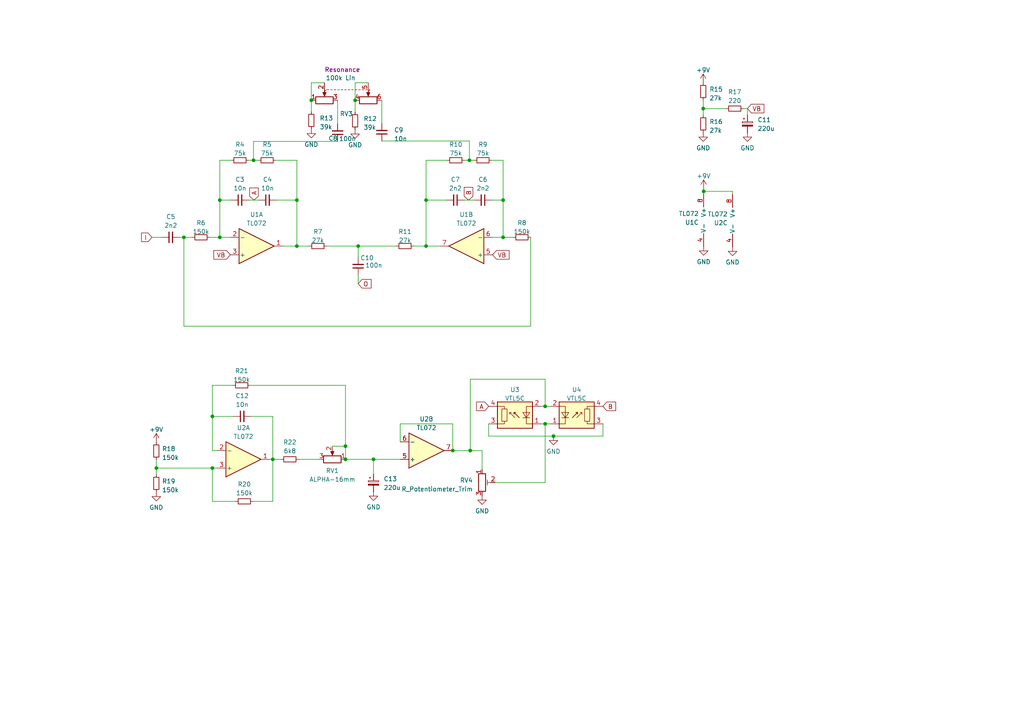
<source format=kicad_sch>
(kicad_sch (version 20230121) (generator eeschema)
  (paper "A4")
  (lib_symbols
    (symbol "Amplifier_Operational:TL072" (pin_names (offset 0.127))
      (property "Reference" "U" (at 0 5.08 0))
      (property "Value" "TL072" (at 0 -5.08 0))
      (symbol "TL072_1_1"
        (polyline (pts (xy -5.08 5.08) (xy 5.08 0) (xy -5.08 -5.08) (xy -5.08 5.08)) (stroke (width 0.254)) (fill (type background)))
        (pin output line (at 7.62 0 180) (length 2.54) (name "~") (number "1"))
        (pin input line (at -7.62 -2.54 0) (length 2.54) (name "-") (number "2"))
        (pin input line (at -7.62 2.54 0) (length 2.54) (name "+") (number "3"))
      )
      (symbol "TL072_2_1"
        (polyline (pts (xy -5.08 5.08) (xy 5.08 0) (xy -5.08 -5.08) (xy -5.08 5.08)) (stroke (width 0.254)) (fill (type background)))
        (pin input line (at -7.62 2.54 0) (length 2.54) (name "+") (number "5"))
        (pin input line (at -7.62 -2.54 0) (length 2.54) (name "-") (number "6"))
        (pin output line (at 7.62 0 180) (length 2.54) (name "~") (number "7"))
      )
      (symbol "TL072_3_1"
        (pin power_in line (at -2.54 -7.62 90) (length 3.81) (name "V-") (number "4"))
        (pin power_in line (at -2.54 7.62 270) (length 3.81) (name "V+") (number "8"))
      )
    )
    (symbol "Device:C_Polarized_Small" (pin_numbers hide) (pin_names (offset 0.254) hide)
      (property "Reference" "C" (at 0.254 1.778 0))
      (property "Value" "C_Polarized_Small" (at 0.254 -2.032 0))
      (symbol "C_Polarized_Small_0_1"
        (rectangle (start -1.524 -0.3048) (end 1.524 -0.6858) (fill (type outline)))
        (rectangle (start -1.524 0.6858) (end 1.524 0.3048))
        (polyline (pts (xy -1.27 1.524) (xy -0.762 1.524)))
        (polyline (pts (xy -1.016 1.27) (xy -1.016 1.778)))
      )
      (symbol "C_Polarized_Small_1_1"
        (pin passive line (at 0 2.54 270) (length 1.8542) (name "~") (number "1"))
        (pin passive line (at 0 -2.54 90) (length 1.8542) (name "~") (number "2"))
      )
    )
    (symbol "Device:C_Small" (pin_numbers hide) (pin_names (offset 0.254) hide)
      (property "Reference" "C" (at 0.254 1.778 0))
      (property "Value" "C_Small" (at 0.254 -2.032 0))
      (symbol "C_Small_0_1"
        (polyline (pts (xy -1.524 -0.508) (xy 1.524 -0.508)) (stroke (width 0.3302)))
        (polyline (pts (xy -1.524 0.508) (xy 1.524 0.508)) (stroke (width 0.3048)))
      )
      (symbol "C_Small_1_1"
        (pin passive line (at 0 2.54 270) (length 2.032) (name "~") (number "1"))
        (pin passive line (at 0 -2.54 90) (length 2.032) (name "~") (number "2"))
      )
    )
    (symbol "Device:R_Potentiometer" (pin_names (offset 1.016) hide)
      (property "Reference" "RV" (at -4.445 0 90))
      (property "Value" "R_Potentiometer" (at -2.54 0 90))
      (symbol "R_Potentiometer_0_1"
        (polyline (pts (xy 2.54 0) (xy 1.524 0)))
        (polyline (pts (xy 1.143 0) (xy 2.286 0.508) (xy 2.286 -0.508) (xy 1.143 0)) (fill (type outline)))
        (rectangle (start 1.016 2.54) (end -1.016 -2.54) (stroke (width 0.254)))
      )
      (symbol "R_Potentiometer_1_1"
        (pin passive line (at 0 3.81 270) (length 1.27) (name "1") (number "1"))
        (pin passive line (at 3.81 0 180) (length 1.27) (name "2") (number "2"))
        (pin passive line (at 0 -3.81 90) (length 1.27) (name "3") (number "3"))
      )
    )
    (symbol "Device:R_Potentiometer_Dual" (pin_names (offset 1.016) hide)
      (property "Reference" "RV" (at 0 3.81 0))
      (property "Value" "R_Potentiometer_Dual" (at 0 1.905 0))
      (symbol "R_Potentiometer_Dual_0_1"
        (rectangle (start -8.89 -1.524) (end -3.81 -3.556) (stroke (width 0.254)))
        (polyline (pts (xy -6.35 0) (xy -6.35 -1.016)))
        (polyline (pts (xy -6.35 0) (xy -6.35 -1.016)))
        (polyline (pts (xy -6.35 0) (xy -5.842 0.508)))
        (polyline (pts (xy -5.588 0.508) (xy -5.08 0.508)))
        (polyline (pts (xy -4.572 0.508) (xy -4.064 0.508)))
        (polyline (pts (xy -3.556 0.508) (xy -3.048 0.508)))
        (polyline (pts (xy -2.54 0.508) (xy -2.032 0.508)))
        (polyline (pts (xy -1.524 0.508) (xy -1.016 0.508)))
        (polyline (pts (xy -0.508 0.508) (xy 0 0.508)))
        (polyline (pts (xy 0.508 0.508) (xy 1.016 0.508)))
        (polyline (pts (xy 1.524 0.508) (xy 2.032 0.508)))
        (polyline (pts (xy 2.54 0.508) (xy 3.048 0.508)))
        (polyline (pts (xy 3.556 0.508) (xy 4.064 0.508)))
        (polyline (pts (xy 4.572 0.508) (xy 5.08 0.508)))
        (polyline (pts (xy 5.588 0.508) (xy 6.096 0.508)))
        (polyline (pts (xy 6.35 0) (xy 6.35 -1.016)))
        (polyline (pts (xy 6.35 0) (xy 6.35 -1.016)))
        (polyline (pts (xy 6.604 0.508) (xy 6.858 0.508) (xy 6.35 0)))
        (polyline (pts (xy -6.35 -1.397) (xy -6.858 -0.254) (xy -5.842 -0.254) (xy -6.35 -1.397)) (fill (type outline)))
        (polyline (pts (xy 6.35 -1.397) (xy 5.842 -0.254) (xy 6.858 -0.254) (xy 6.35 -1.397)) (fill (type outline)))
        (rectangle (start 3.81 -1.524) (end 8.89 -3.556) (stroke (width 0.254)))
      )
      (symbol "R_Potentiometer_Dual_1_1"
        (pin passive line (at -10.16 -2.54 0) (length 1.27) (name "1") (number "1"))
        (pin passive line (at -6.35 2.54 270) (length 2.54) (name "2") (number "2"))
        (pin passive line (at -2.54 -2.54 180) (length 1.27) (name "3") (number "3"))
        (pin passive line (at 2.54 -2.54 0) (length 1.27) (name "4") (number "4"))
        (pin passive line (at 6.35 2.54 270) (length 2.54) (name "5") (number "5"))
        (pin passive line (at 10.16 -2.54 180) (length 1.27) (name "6") (number "6"))
      )
    )
    (symbol "Device:R_Potentiometer_Trim" (pin_names (offset 1.016) hide)
      (property "Reference" "RV" (at -4.445 0 90))
      (property "Value" "R_Potentiometer_Trim" (at -2.54 0 90))
      (symbol "R_Potentiometer_Trim_0_1"
        (polyline (pts (xy 1.524 0.762) (xy 1.524 -0.762)))
        (polyline (pts (xy 2.54 0) (xy 1.524 0)))
        (rectangle (start 1.016 2.54) (end -1.016 -2.54) (stroke (width 0.254)))
      )
      (symbol "R_Potentiometer_Trim_1_1"
        (pin passive line (at 0 3.81 270) (length 1.27) (name "1") (number "1"))
        (pin passive line (at 3.81 0 180) (length 1.27) (name "2") (number "2"))
        (pin passive line (at 0 -3.81 90) (length 1.27) (name "3") (number "3"))
      )
    )
    (symbol "Device:R_Small" (pin_numbers hide) (pin_names (offset 0.254) hide)
      (property "Reference" "R" (at 0.762 0.508 0))
      (property "Value" "R_Small" (at 0.762 -1.016 0))
      (symbol "R_Small_0_1"
        (rectangle (start -0.762 1.778) (end 0.762 -1.778) (stroke (width 0.2032)))
      )
      (symbol "R_Small_1_1"
        (pin passive line (at 0 2.54 270) (length 0.762) (name "~") (number "1"))
        (pin passive line (at 0 -2.54 90) (length 0.762) (name "~") (number "2"))
      )
    )
    (symbol "Isolator:VTL5C" (pin_names (offset 1.016) hide)
      (property "Reference" "U" (at 0 5.08 0))
      (property "Value" "VTL5C" (at 0 -5.08 0))
      (symbol "VTL5C_0_1"
        (rectangle (start -5.08 3.81) (end 5.08 -3.81) (stroke (width 0.254)) (fill (type background)))
        (polyline (pts (xy -4.318 0.762) (xy -2.286 0.762)))
        (polyline (pts (xy -1.27 0.762) (xy 0.254 -0.762)))
        (polyline (pts (xy -1.27 0.762) (xy 0.254 -0.762)))
        (polyline (pts (xy 0 0.762) (xy 1.524 -0.762)))
        (polyline (pts (xy 0.254 -0.254) (xy 0.254 -0.762) (xy -0.254 -0.762)))
        (polyline (pts (xy 0.254 -0.254) (xy 0.254 -0.762) (xy -0.254 -0.762)))
        (polyline (pts (xy 1.524 -0.254) (xy 1.524 -0.762) (xy 1.016 -0.762)))
        (polyline (pts (xy 3.048 -1.778) (xy 3.048 -2.54) (xy 5.08 -2.54)))
        (polyline (pts (xy 3.048 1.778) (xy 3.048 2.54) (xy 5.08 2.54)))
        (polyline (pts (xy -5.08 -2.54) (xy -3.302 -2.54) (xy -3.302 2.54) (xy -5.08 2.54)))
        (rectangle (start 2.286 1.778) (end 3.81 -1.778))
      )
      (symbol "VTL5C_1_1"
        (polyline (pts (xy -4.318 -0.762) (xy -3.302 0.762) (xy -2.286 -0.762) (xy -4.318 -0.762)))
        (pin passive line (at -7.62 2.54 0) (length 2.54) (name "-") (number "1"))
        (pin passive line (at -7.62 -2.54 0) (length 2.54) (name "+") (number "2"))
        (pin passive line (at 7.62 2.54 180) (length 2.54) (name "~") (number "3"))
        (pin passive line (at 7.62 -2.54 180) (length 2.54) (name "~") (number "4"))
      )
    )
    (symbol "power:+9V" (power) (pin_names (offset 0))
      (property "Value" "+9V" (at 0 3.556 0))
      (symbol "+9V_0_1"
        (polyline (pts (xy -0.762 1.27) (xy 0 2.54)))
        (polyline (pts (xy 0 0) (xy 0 2.54)))
        (polyline (pts (xy 0 2.54) (xy 0.762 1.27)))
      )
      (symbol "+9V_1_1"
        (pin power_in line (at 0 0 90) (length 0) hide (name "+9V") (number "1"))
      )
    )
    (symbol "power:GND" (power) (pin_names (offset 0))
      (property "Value" "GND" (at 0 -3.81 0))
      (symbol "GND_0_1"
        (polyline (pts (xy 0 0) (xy 0 -1.27) (xy 1.27 -1.27) (xy 0 -2.54) (xy -1.27 -1.27) (xy 0 -1.27)))
      )
      (symbol "GND_1_1"
        (pin power_in line (at 0 0 270) (length 0) hide (name "GND") (number "1"))
      )
    )
  )
  (junction (at 204.089 55.499))
  (junction (at 53.34 68.834))
  (junction (at 158.115 122.936))
  (junction (at 102.997 29.083))
  (junction (at 86.106 58.039))
  (junction (at 158.115 117.856))
  (junction (at 90.297 29.083))
  (junction (at 145.923 58.039))
  (junction (at 123.571 71.374))
  (junction (at 45.339 135.763))
  (junction (at 100.203 129.413))
  (junction (at 100.203 133.223))
  (junction (at 145.923 68.834))
  (junction (at 73.533 46.482))
  (junction (at 103.886 71.374))
  (junction (at 160.528 126.492))
  (junction (at 203.962 31.496))
  (junction (at 61.595 120.777))
  (junction (at 79.121 133.223))
  (junction (at 61.595 135.763))
  (junction (at 63.754 58.039))
  (junction (at 123.571 58.039))
  (junction (at 136.144 46.482))
  (junction (at 131.318 130.683))
  (junction (at 136.398 130.683))
  (junction (at 86.106 71.374))
  (junction (at 63.754 68.834))
  (junction (at 108.331 133.223))
  (wire (pts (xy 145.923 46.482) (xy 145.923 58.039)))
  (wire (pts (xy 123.571 58.039) (xy 123.571 71.374)))
  (wire (pts (xy 216.789 33.401) (xy 216.789 31.496)))
  (wire (pts (xy 215.646 31.496) (xy 216.789 31.496)))
  (wire (pts (xy 45.339 135.763) (xy 45.339 137.668)))
  (wire (pts (xy 210.566 31.496) (xy 203.962 31.496)))
  (wire (pts (xy 108.331 133.223) (xy 116.078 133.223)))
  (wire (pts (xy 123.571 46.482) (xy 123.571 58.039)))
  (wire (pts (xy 79.121 133.223) (xy 81.534 133.223)))
  (wire (pts (xy 90.297 24.003) (xy 90.297 29.083)))
  (wire (pts (xy 153.924 68.834) (xy 153.924 94.615)))
  (wire (pts (xy 102.997 24.003) (xy 102.997 29.083)))
  (wire (pts (xy 61.595 135.763) (xy 45.339 135.763)))
  (wire (pts (xy 156.972 117.856) (xy 158.115 117.856)))
  (wire (pts (xy 212.471 55.499) (xy 204.089 55.499)))
  (wire (pts (xy 136.398 130.683) (xy 131.318 130.683)))
  (wire (pts (xy 116.078 122.936) (xy 116.078 128.143)))
  (wire (pts (xy 63.754 68.834) (xy 66.802 68.834)))
  (wire (pts (xy 61.595 111.76) (xy 61.595 120.777)))
  (wire (pts (xy 148.844 68.834) (xy 145.923 68.834)))
  (wire (pts (xy 63.754 58.039) (xy 63.754 68.834)))
  (wire (pts (xy 136.144 40.894) (xy 136.144 46.482)))
  (wire (pts (xy 52.07 68.834) (xy 53.34 68.834)))
  (wire (pts (xy 61.595 120.777) (xy 67.691 120.777)))
  (wire (pts (xy 86.106 71.374) (xy 89.662 71.374)))
  (wire (pts (xy 110.744 40.894) (xy 136.144 40.894)))
  (wire (pts (xy 97.917 29.083) (xy 97.917 35.941)))
  (wire (pts (xy 45.339 133.35) (xy 45.339 135.763)))
  (wire (pts (xy 145.923 68.834) (xy 142.875 68.834)))
  (wire (pts (xy 80.137 58.039) (xy 86.106 58.039)))
  (wire (pts (xy 204.089 54.737) (xy 204.089 55.499)))
  (wire (pts (xy 110.744 29.083) (xy 110.744 35.814)))
  (wire (pts (xy 44.069 68.834) (xy 46.99 68.834)))
  (wire (pts (xy 123.571 71.374) (xy 120.015 71.374)))
  (wire (pts (xy 153.924 94.615) (xy 53.34 94.615)))
  (wire (pts (xy 139.827 136.144) (xy 139.827 130.683)))
  (wire (pts (xy 67.564 111.76) (xy 61.595 111.76)))
  (wire (pts (xy 156.972 122.936) (xy 158.115 122.936)))
  (wire (pts (xy 100.203 111.76) (xy 100.203 129.413)))
  (wire (pts (xy 72.136 46.482) (xy 73.533 46.482)))
  (wire (pts (xy 100.203 129.413) (xy 100.203 133.223)))
  (wire (pts (xy 137.541 46.482) (xy 136.144 46.482)))
  (wire (pts (xy 61.595 130.683) (xy 62.992 130.683)))
  (wire (pts (xy 97.917 41.021) (xy 73.533 41.021)))
  (wire (pts (xy 212.471 56.388) (xy 212.471 55.499)))
  (wire (pts (xy 62.992 135.763) (xy 61.595 135.763)))
  (wire (pts (xy 106.807 24.003) (xy 102.997 24.003)))
  (wire (pts (xy 131.318 122.936) (xy 116.078 122.936)))
  (wire (pts (xy 158.115 109.982) (xy 136.398 109.982)))
  (wire (pts (xy 67.056 58.039) (xy 63.754 58.039)))
  (wire (pts (xy 203.962 31.496) (xy 203.962 33.401)))
  (wire (pts (xy 90.297 29.083) (xy 90.297 32.385)))
  (wire (pts (xy 103.886 79.756) (xy 103.886 82.296)))
  (wire (pts (xy 94.742 71.374) (xy 103.886 71.374)))
  (wire (pts (xy 72.644 111.76) (xy 100.203 111.76)))
  (wire (pts (xy 158.115 139.954) (xy 143.637 139.954)))
  (wire (pts (xy 86.106 46.482) (xy 86.106 58.039)))
  (wire (pts (xy 174.879 126.492) (xy 174.879 122.936)))
  (wire (pts (xy 73.533 41.021) (xy 73.533 46.482)))
  (wire (pts (xy 103.886 71.374) (xy 114.935 71.374)))
  (wire (pts (xy 123.571 71.374) (xy 127.635 71.374)))
  (wire (pts (xy 204.089 55.499) (xy 204.089 56.261)))
  (wire (pts (xy 158.115 117.856) (xy 158.115 109.982)))
  (wire (pts (xy 80.01 46.482) (xy 86.106 46.482)))
  (wire (pts (xy 139.827 130.683) (xy 136.398 130.683)))
  (wire (pts (xy 63.754 46.482) (xy 63.754 58.039)))
  (wire (pts (xy 137.541 58.039) (xy 134.62 58.039)))
  (wire (pts (xy 158.115 122.936) (xy 158.115 139.954)))
  (wire (pts (xy 102.997 29.083) (xy 102.997 32.512)))
  (wire (pts (xy 96.393 129.413) (xy 100.203 129.413)))
  (wire (pts (xy 142.621 58.039) (xy 145.923 58.039)))
  (wire (pts (xy 142.621 46.482) (xy 145.923 46.482)))
  (wire (pts (xy 141.732 126.492) (xy 160.528 126.492)))
  (wire (pts (xy 79.121 133.223) (xy 79.121 120.777)))
  (wire (pts (xy 73.406 145.415) (xy 79.121 145.415)))
  (wire (pts (xy 61.595 145.415) (xy 61.595 135.763)))
  (wire (pts (xy 53.34 68.834) (xy 55.753 68.834)))
  (wire (pts (xy 160.528 126.492) (xy 174.879 126.492)))
  (wire (pts (xy 73.533 46.482) (xy 74.93 46.482)))
  (wire (pts (xy 103.886 74.676) (xy 103.886 71.374)))
  (wire (pts (xy 94.107 24.003) (xy 90.297 24.003)))
  (wire (pts (xy 110.617 29.083) (xy 110.744 29.083)))
  (wire (pts (xy 141.732 122.936) (xy 141.732 126.492)))
  (wire (pts (xy 86.106 71.374) (xy 82.042 71.374)))
  (wire (pts (xy 108.331 133.223) (xy 100.203 133.223)))
  (wire (pts (xy 129.667 46.482) (xy 123.571 46.482)))
  (wire (pts (xy 79.121 120.777) (xy 72.771 120.777)))
  (wire (pts (xy 72.136 58.039) (xy 75.057 58.039)))
  (wire (pts (xy 86.106 58.039) (xy 86.106 71.374)))
  (wire (pts (xy 108.331 137.541) (xy 108.331 133.223)))
  (wire (pts (xy 136.144 46.482) (xy 134.747 46.482)))
  (wire (pts (xy 129.54 58.039) (xy 123.571 58.039)))
  (wire (pts (xy 68.326 145.415) (xy 61.595 145.415)))
  (wire (pts (xy 86.614 133.223) (xy 92.583 133.223)))
  (wire (pts (xy 67.056 46.482) (xy 63.754 46.482)))
  (wire (pts (xy 136.398 109.982) (xy 136.398 130.683)))
  (wire (pts (xy 78.232 133.223) (xy 79.121 133.223)))
  (wire (pts (xy 158.115 117.856) (xy 159.639 117.856)))
  (wire (pts (xy 203.962 29.083) (xy 203.962 31.496)))
  (wire (pts (xy 131.318 130.683) (xy 131.318 122.936)))
  (wire (pts (xy 60.833 68.834) (xy 63.754 68.834)))
  (wire (pts (xy 145.923 58.039) (xy 145.923 68.834)))
  (wire (pts (xy 61.595 120.777) (xy 61.595 130.683)))
  (wire (pts (xy 79.121 145.415) (xy 79.121 133.223)))
  (wire (pts (xy 53.34 68.834) (xy 53.34 94.615)))
  (wire (pts (xy 159.639 122.936) (xy 158.115 122.936)))
  (global_label "A" (shape input) (at 73.66 58.039 90) (property "Intersheetrefs" "${INTERSHEET_REFS}" (effects hide)))
  (global_label "VB" (shape input) (at 66.802 73.914 180) (property "Intersheetrefs" "${INTERSHEET_REFS}" (effects hide)))
  (global_label "B" (shape input) (at 135.89 58.039 90) (property "Intersheetrefs" "${INTERSHEET_REFS}" (effects hide)))
  (global_label "B" (shape input) (at 174.879 117.856 0) (property "Intersheetrefs" "${INTERSHEET_REFS}" (effects hide)))
  (global_label "O" (shape input) (at 103.886 82.296 0) (property "Intersheetrefs" "${INTERSHEET_REFS}" (effects hide)))
  (global_label "I" (shape input) (at 44.069 68.834 180) (property "Intersheetrefs" "${INTERSHEET_REFS}" (effects hide)))
  (global_label "A" (shape input) (at 141.732 117.856 180) (property "Intersheetrefs" "${INTERSHEET_REFS}" (effects hide)))
  (global_label "VB" (shape input) (at 216.789 31.496 0) (property "Intersheetrefs" "${INTERSHEET_REFS}" (effects hide)))
  (global_label "VB" (shape input) (at 142.875 73.914 0) (property "Intersheetrefs" "${INTERSHEET_REFS}" (effects hide)))
  (symbol (lib_id "Device:R_Small") (at 90.297 34.925 0) (mirror y) (unit 1)
    (property "Reference" "R13" (at 92.71 34.29 0) (effects (justify right)))
    (property "Value" "39k" (at 92.71 36.83 0) (effects (justify right)))
    (property "Footprint" "Resistor_SMD:R_0805_2012Metric_Pad1.20x1.40mm_HandSolder" (effects hide))
  )
  (symbol (lib_id "Device:R_Small") (at 70.104 111.76 90) (mirror x) (unit 1)
    (property "Reference" "R21" (at 70.104 107.569 90))
    (property "Value" "150k" (at 70.104 110.109 90))
    (property "Footprint" "Resistor_SMD:R_0805_2012Metric_Pad1.20x1.40mm_HandSolder" (effects hide))
  )
  (symbol (lib_id "Device:R_Potentiometer_Dual") (at 100.457 26.543 0) (unit 1)
    (property "Reference" "RV3" (at 100.457 33.02 0))
    (property "Value" "100k Lin" (at 98.806 22.606 0))
    (property "Footprint" "Potentiometer_THT:Potentiometer_Alpha_RD902F-40-00D_Dual_Vertical" (effects hide))
    (property "Purpose" "Resonance" (at 99.314 20.193 0))
  )
  (symbol (lib_id "power:GND") (at 216.789 38.481 0) (unit 1)
    (property "Reference" "#PWR021" (effects hide))
    (property "Value" "GND" (at 216.789 42.926 0))
  )
  (symbol (lib_id "Device:R_Small") (at 84.074 133.223 90) (mirror x) (unit 1)
    (property "Reference" "R22" (at 84.074 128.27 90))
    (property "Value" "6k8" (at 84.074 130.81 90))
    (property "Footprint" "Resistor_SMD:R_0805_2012Metric_Pad1.20x1.40mm_HandSolder" (effects hide))
  )
  (symbol (lib_id "Device:R_Small") (at 70.866 145.415 90) (mirror x) (unit 1)
    (property "Reference" "R20" (at 70.866 140.462 90))
    (property "Value" "150k" (at 70.866 143.002 90))
    (property "Footprint" "Resistor_SMD:R_0805_2012Metric_Pad1.20x1.40mm_HandSolder" (effects hide))
  )
  (symbol (lib_id "Device:C_Small") (at 97.917 38.481 180) (unit 1)
    (property "Reference" "C8" (at 95.25 40.132 0) (effects (justify right)))
    (property "Value" "100n" (at 98.298 40.259 0) (effects (justify right)))
    (property "Footprint" "Capacitor_SMD:C_0805_2012Metric_Pad1.18x1.45mm_HandSolder" (effects hide))
  )
  (symbol (lib_id "Amplifier_Operational:TL072") (at 206.629 63.881 0) (unit 3)
    (property "Reference" "U1" (at 202.692 64.516 0) (effects (justify right)))
    (property "Value" "TL072" (at 202.692 61.976 0) (effects (justify right)))
    (property "Footprint" "Package_SO:SOIC-8_3.9x4.9mm_P1.27mm" (effects hide))
    (property "Datasheet" "http://www.ti.com/lit/ds/symlink/tl071.pdf" (effects hide))
  )
  (symbol (lib_id "power:GND") (at 45.339 142.748 0) (unit 1)
    (property "Reference" "#PWR023" (effects hide))
    (property "Value" "GND" (at 45.339 147.193 0))
  )
  (symbol (lib_id "Isolator:VTL5C") (at 167.259 120.396 0) (mirror x) (unit 1)
    (property "Reference" "U4" (at 167.259 113.03 0))
    (property "Value" "VTL5C" (at 167.259 115.57 0))
    (property "Footprint" "OptoDevice:PerkinElmer_VTL5C" (effects hide))
    (property "Datasheet" "http://www.qsl.net/wa1ion/vactrol/vactrol.pdf" (effects hide))
  )
  (symbol (lib_id "power:GND") (at 203.962 38.481 0) (unit 1)
    (property "Reference" "#PWR019" (effects hide))
    (property "Value" "GND" (at 203.962 42.926 0))
  )
  (symbol (lib_id "Device:C_Small") (at 77.597 58.039 90) (unit 1)
    (property "Reference" "C4" (at 77.6033 52.07 90))
    (property "Value" "10n" (at 77.6033 54.61 90))
    (property "Footprint" "Capacitor_SMD:C_0805_2012Metric_Pad1.18x1.45mm_HandSolder" (effects hide))
  )
  (symbol (lib_id "Device:R_Small") (at 203.962 35.941 0) (mirror y) (unit 1)
    (property "Reference" "R16" (at 205.74 35.306 0) (effects (justify right)))
    (property "Value" "27k" (at 205.74 37.846 0) (effects (justify right)))
    (property "Footprint" "Resistor_SMD:R_0805_2012Metric_Pad1.20x1.40mm_HandSolder" (effects hide))
  )
  (symbol (lib_id "Device:R_Small") (at 117.475 71.374 270) (mirror x) (unit 1)
    (property "Reference" "R11" (at 117.475 67.183 90))
    (property "Value" "27k" (at 117.475 69.723 90))
    (property "Footprint" "Resistor_SMD:R_0805_2012Metric_Pad1.20x1.40mm_HandSolder" (effects hide))
  )
  (symbol (lib_id "power:+9V") (at 45.339 128.27 0) (unit 1)
    (property "Reference" "#PWR022" (effects hide))
    (property "Value" "+9V" (at 45.339 124.587 0))
  )
  (symbol (lib_id "power:+9V") (at 203.962 24.003 0) (unit 1)
    (property "Reference" "#PWR020" (effects hide))
    (property "Value" "+9V" (at 203.962 20.32 0))
  )
  (symbol (lib_id "Device:R_Small") (at 69.596 46.482 90) (unit 1)
    (property "Reference" "R4" (at 69.596 41.91 90))
    (property "Value" "75k" (at 69.596 44.45 90))
    (property "Footprint" "Resistor_SMD:R_0805_2012Metric_Pad1.20x1.40mm_HandSolder" (effects hide))
  )
  (symbol (lib_id "Device:R_Small") (at 203.962 26.543 0) (mirror y) (unit 1)
    (property "Reference" "R15" (at 205.74 25.908 0) (effects (justify right)))
    (property "Value" "27k" (at 205.74 28.448 0) (effects (justify right)))
    (property "Footprint" "Resistor_SMD:R_0805_2012Metric_Pad1.20x1.40mm_HandSolder" (effects hide))
  )
  (symbol (lib_id "power:GND") (at 90.297 37.465 0) (unit 1)
    (property "Reference" "#PWR016" (effects hide))
    (property "Value" "GND" (at 90.297 41.91 0))
  )
  (symbol (lib_id "Device:R_Small") (at 140.081 46.482 270) (mirror x) (unit 1)
    (property "Reference" "R9" (at 140.081 41.91 90))
    (property "Value" "75k" (at 140.081 44.45 90))
    (property "Footprint" "Resistor_SMD:R_0805_2012Metric_Pad1.20x1.40mm_HandSolder" (effects hide))
  )
  (symbol (lib_id "Device:C_Small") (at 110.744 38.354 180) (unit 1)
    (property "Reference" "C9" (at 114.3 37.7126 0) (effects (justify right)))
    (property "Value" "10n" (at 114.3 40.2526 0) (effects (justify right)))
    (property "Footprint" "Capacitor_SMD:C_0805_2012Metric_Pad1.18x1.45mm_HandSolder" (effects hide))
  )
  (symbol (lib_id "Amplifier_Operational:TL072") (at 215.011 64.008 0) (unit 3)
    (property "Reference" "U2" (at 211.074 64.643 0) (effects (justify right)))
    (property "Value" "TL072" (at 211.074 62.103 0) (effects (justify right)))
    (property "Footprint" "Package_SO:SOIC-8_3.9x4.9mm_P1.27mm" (effects hide))
    (property "Datasheet" "http://www.ti.com/lit/ds/symlink/tl071.pdf" (effects hide))
  )
  (symbol (lib_id "Device:C_Polarized_Small") (at 216.789 35.941 0) (unit 1)
    (property "Reference" "C11" (at 219.71 34.7599 0) (effects (justify left)))
    (property "Value" "220u" (at 219.71 37.2999 0) (effects (justify left)))
    (property "Footprint" "Capacitor_THT:CP_Radial_D8.0mm_P2.50mm" (effects hide))
  )
  (symbol (lib_id "Device:C_Polarized_Small") (at 108.331 140.081 0) (unit 1)
    (property "Reference" "C13" (at 111.252 138.8999 0) (effects (justify left)))
    (property "Value" "220u" (at 111.252 141.4399 0) (effects (justify left)))
    (property "Footprint" "Capacitor_THT:CP_Radial_D8.0mm_P2.50mm" (effects hide))
  )
  (symbol (lib_id "power:GND") (at 160.528 126.492 0) (unit 1)
    (property "Reference" "#PWR026" (effects hide))
    (property "Value" "GND" (at 160.528 130.937 0))
  )
  (symbol (lib_id "Amplifier_Operational:TL072") (at 123.698 130.683 0) (mirror x) (unit 2)
    (property "Reference" "U2" (at 123.698 121.539 0))
    (property "Value" "TL072" (at 123.698 124.079 0))
    (property "Footprint" "Package_SO:SOIC-8_3.9x4.9mm_P1.27mm" (effects hide))
    (property "Datasheet" "http://www.ti.com/lit/ds/symlink/tl071.pdf" (effects hide))
  )
  (symbol (lib_id "Device:R_Small") (at 151.384 68.834 270) (mirror x) (unit 1)
    (property "Reference" "R8" (at 151.384 64.643 90))
    (property "Value" "150k" (at 151.384 67.183 90))
    (property "Footprint" "Resistor_SMD:R_0805_2012Metric_Pad1.20x1.40mm_HandSolder" (effects hide))
  )
  (symbol (lib_id "Device:R_Potentiometer") (at 96.393 133.223 270) (mirror x) (unit 1)
    (property "Reference" "RV1" (at 96.393 136.525 90))
    (property "Value" "ALPHA-16mm" (at 96.393 139.065 90))
    (property "Footprint" "Pedal-Components:Potentiometer_ALPHA_RV16106N" (effects hide))
  )
  (symbol (lib_id "power:GND") (at 108.331 142.621 0) (unit 1)
    (property "Reference" "#PWR024" (effects hide))
    (property "Value" "GND" (at 108.331 147.066 0))
  )
  (symbol (lib_id "Device:R_Small") (at 45.339 130.81 0) (mirror y) (unit 1)
    (property "Reference" "R18" (at 46.99 130.175 0) (effects (justify right)))
    (property "Value" "150k" (at 46.99 132.715 0) (effects (justify right)))
    (property "Footprint" "Resistor_SMD:R_0805_2012Metric_Pad1.20x1.40mm_HandSolder" (effects hide))
  )
  (symbol (lib_id "Amplifier_Operational:TL072") (at 70.612 133.223 0) (mirror x) (unit 1)
    (property "Reference" "U2" (at 70.612 124.079 0))
    (property "Value" "TL072" (at 70.612 126.619 0))
    (property "Footprint" "Package_SO:SOIC-8_3.9x4.9mm_P1.27mm" (effects hide))
    (property "Datasheet" "http://www.ti.com/lit/ds/symlink/tl071.pdf" (effects hide))
  )
  (symbol (lib_id "power:GND") (at 212.471 71.628 0) (unit 1)
    (property "Reference" "#PWR029" (effects hide))
    (property "Value" "GND" (at 212.471 76.073 0))
  )
  (symbol (lib_id "Device:C_Small") (at 132.08 58.039 270) (mirror x) (unit 1)
    (property "Reference" "C7" (at 132.0737 52.07 90))
    (property "Value" "2n2" (at 132.0737 54.61 90))
    (property "Footprint" "Capacitor_SMD:C_0805_2012Metric_Pad1.18x1.45mm_HandSolder" (effects hide))
  )
  (symbol (lib_id "Device:R_Small") (at 102.997 35.052 0) (mirror y) (unit 1)
    (property "Reference" "R12" (at 105.41 34.417 0) (effects (justify right)))
    (property "Value" "39k" (at 105.41 36.957 0) (effects (justify right)))
    (property "Footprint" "Resistor_SMD:R_0805_2012Metric_Pad1.20x1.40mm_HandSolder" (effects hide))
  )
  (symbol (lib_id "Device:R_Small") (at 77.47 46.482 90) (unit 1)
    (property "Reference" "R5" (at 77.47 41.91 90))
    (property "Value" "75k" (at 77.47 44.45 90))
    (property "Footprint" "Resistor_SMD:R_0805_2012Metric_Pad1.20x1.40mm_HandSolder" (effects hide))
  )
  (symbol (lib_id "power:GND") (at 139.827 143.764 0) (unit 1)
    (property "Reference" "#PWR025" (effects hide))
    (property "Value" "GND" (at 139.827 148.209 0))
  )
  (symbol (lib_id "power:+9V") (at 204.089 54.737 0) (unit 1)
    (property "Reference" "#PWR027" (effects hide))
    (property "Value" "+9V" (at 204.089 51.054 0))
  )
  (symbol (lib_id "power:GND") (at 204.089 71.501 0) (unit 1)
    (property "Reference" "#PWR028" (effects hide))
    (property "Value" "GND" (at 204.089 75.946 0))
  )
  (symbol (lib_id "Device:C_Small") (at 49.53 68.834 90) (unit 1)
    (property "Reference" "C5" (at 49.5363 62.865 90))
    (property "Value" "2n2" (at 49.5363 65.405 90))
    (property "Footprint" "Capacitor_SMD:C_0805_2012Metric_Pad1.18x1.45mm_HandSolder" (effects hide))
  )
  (symbol (lib_id "Device:R_Potentiometer_Trim") (at 139.827 139.954 0) (unit 1)
    (property "Reference" "RV4" (at 137.16 139.319 0) (effects (justify right)))
    (property "Value" "R_Potentiometer_Trim" (at 137.16 141.859 0) (effects (justify right)))
    (property "Footprint" "Potentiometer_THT:Potentiometer_Bourns_3296X_Horizontal" (effects hide))
  )
  (symbol (lib_id "Device:R_Small") (at 45.339 140.208 0) (mirror y) (unit 1)
    (property "Reference" "R19" (at 46.99 139.573 0) (effects (justify right)))
    (property "Value" "150k" (at 46.99 142.113 0) (effects (justify right)))
    (property "Footprint" "Resistor_SMD:R_0805_2012Metric_Pad1.20x1.40mm_HandSolder" (effects hide))
  )
  (symbol (lib_id "Device:R_Small") (at 58.293 68.834 90) (unit 1)
    (property "Reference" "R6" (at 58.293 64.643 90))
    (property "Value" "150k" (at 58.293 67.183 90))
    (property "Footprint" "Resistor_SMD:R_0805_2012Metric_Pad1.20x1.40mm_HandSolder" (effects hide))
  )
  (symbol (lib_id "Device:C_Small") (at 140.081 58.039 270) (mirror x) (unit 1)
    (property "Reference" "C6" (at 140.0747 52.07 90))
    (property "Value" "2n2" (at 140.0747 54.61 90))
    (property "Footprint" "Capacitor_SMD:C_0805_2012Metric_Pad1.18x1.45mm_HandSolder" (effects hide))
  )
  (symbol (lib_id "Device:R_Small") (at 92.202 71.374 90) (unit 1)
    (property "Reference" "R7" (at 92.202 67.183 90))
    (property "Value" "27k" (at 92.202 69.723 90))
    (property "Footprint" "Resistor_SMD:R_0805_2012Metric_Pad1.20x1.40mm_HandSolder" (effects hide))
  )
  (symbol (lib_id "Device:C_Small") (at 69.596 58.039 90) (unit 1)
    (property "Reference" "C3" (at 69.6023 52.07 90))
    (property "Value" "10n" (at 69.6023 54.61 90))
    (property "Footprint" "Capacitor_SMD:C_0805_2012Metric_Pad1.18x1.45mm_HandSolder" (effects hide))
  )
  (symbol (lib_id "Device:R_Small") (at 132.207 46.482 270) (mirror x) (unit 1)
    (property "Reference" "R10" (at 132.207 41.91 90))
    (property "Value" "75k" (at 132.207 44.45 90))
    (property "Footprint" "Resistor_SMD:R_0805_2012Metric_Pad1.20x1.40mm_HandSolder" (effects hide))
  )
  (symbol (lib_id "Amplifier_Operational:TL072") (at 74.422 71.374 0) (mirror x) (unit 1)
    (property "Reference" "U1" (at 74.422 62.23 0))
    (property "Value" "TL072" (at 74.422 64.77 0))
    (property "Footprint" "Package_SO:SOIC-8_3.9x4.9mm_P1.27mm" (effects hide))
    (property "Datasheet" "http://www.ti.com/lit/ds/symlink/tl071.pdf" (effects hide))
  )
  (symbol (lib_id "Device:C_Small") (at 70.231 120.777 90) (unit 1)
    (property "Reference" "C12" (at 70.2373 114.808 90))
    (property "Value" "10n" (at 70.2373 117.348 90))
    (property "Footprint" "Capacitor_SMD:C_0805_2012Metric_Pad1.18x1.45mm_HandSolder" (effects hide))
  )
  (symbol (lib_id "Amplifier_Operational:TL072") (at 135.255 71.374 180) (unit 2)
    (property "Reference" "U1" (at 135.255 62.23 0))
    (property "Value" "TL072" (at 135.255 64.77 0))
    (property "Footprint" "Package_SO:SOIC-8_3.9x4.9mm_P1.27mm" (effects hide))
    (property "Datasheet" "http://www.ti.com/lit/ds/symlink/tl071.pdf" (effects hide))
  )
  (symbol (lib_id "Isolator:VTL5C") (at 149.352 120.396 180) (unit 1)
    (property "Reference" "U3" (at 149.352 113.03 0))
    (property "Value" "VTL5C" (at 149.352 115.57 0))
    (property "Footprint" "OptoDevice:PerkinElmer_VTL5C" (effects hide))
    (property "Datasheet" "http://www.qsl.net/wa1ion/vactrol/vactrol.pdf" (effects hide))
  )
  (symbol (lib_id "Device:R_Small") (at 213.106 31.496 270) (mirror x) (unit 1)
    (property "Reference" "R17" (at 213.106 26.67 90))
    (property "Value" "220" (at 213.106 29.21 90))
    (property "Footprint" "Resistor_SMD:R_0805_2012Metric_Pad1.20x1.40mm_HandSolder" (effects hide))
  )
  (symbol (lib_id "power:GND") (at 102.997 37.592 0) (unit 1)
    (property "Reference" "#PWR017" (effects hide))
    (property "Value" "GND" (at 102.997 42.037 0))
  )
  (symbol (lib_id "Device:C_Small") (at 103.886 77.216 180) (unit 1)
    (property "Reference" "C10" (at 104.521 74.803 0) (effects (justify right)))
    (property "Value" "100n" (at 105.918 76.962 0) (effects (justify right)))
    (property "Footprint" "Capacitor_SMD:C_0805_2012Metric_Pad1.18x1.45mm_HandSolder" (effects hide))
  )
  (sheet (at 21.59 246.38) (size 59.69 39.37) (stroke (width 0.1524))
    (property "Sheetname" "Hardware" (at 21.59 245.6684 0) (effects (justify left bottom)))
    (property "Sheetfile" "untitled.kicad_sch" (at 21.59 286.3346 0) (effects (justify left top)))
  )
)
</source>
